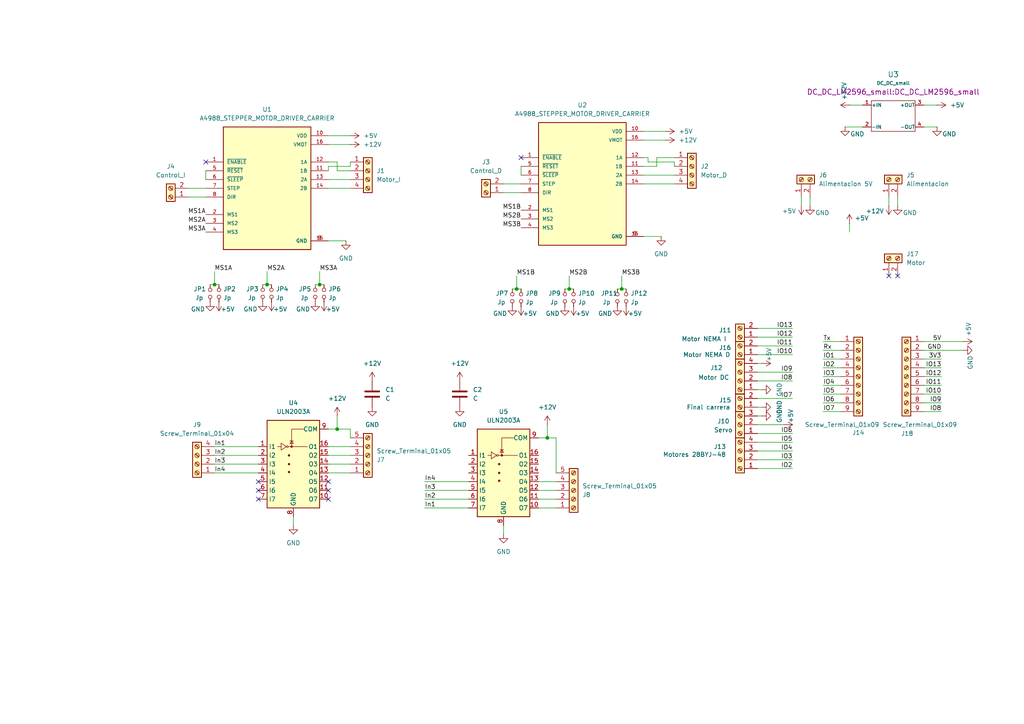
<source format=kicad_sch>
(kicad_sch (version 20231120) (generator "eeschema") (generator_version "8.0")
  (paper "A4")
  (lib_symbols
    (symbol "A4988_STEPPER_MOTOR_DRIVER_CARRIER:A4988_STEPPER_MOTOR_DRIVER_CARRIER" (pin_names (offset 1.016))
      (property "Reference" "U" (at -12.7 19.05 0))
      (property "Value" "A4988_STEPPER_MOTOR_DRIVER_CARRIER" (at -12.7 -21.59 0))
      (symbol "A4988_STEPPER_MOTOR_DRIVER_CARRIER_0_0"
        (rectangle (start -12.7 -17.78) (end 12.7 17.78) (stroke (width 0.254)) (fill (type background)))
        (pin input line (at -17.78 7.62 0) (length 5.08) (name "~{ENABLE}") (number "1"))
        (pin power_in line (at 17.78 15.24 180) (length 5.08) (name "VDD") (number "10"))
        (pin output line (at 17.78 5.08 180) (length 5.08) (name "1B") (number "11"))
        (pin output line (at 17.78 7.62 180) (length 5.08) (name "1A") (number "12"))
        (pin output line (at 17.78 2.54 180) (length 5.08) (name "2A") (number "13"))
        (pin output line (at 17.78 0 180) (length 5.08) (name "2B") (number "14"))
        (pin power_in line (at 17.78 -15.24 180) (length 5.08) (name "GND") (number "15"))
        (pin power_in line (at 17.78 12.7 180) (length 5.08) (name "VMOT") (number "16"))
        (pin input line (at -17.78 -7.62 0) (length 5.08) (name "MS1") (number "2"))
        (pin input line (at -17.78 -10.16 0) (length 5.08) (name "MS2") (number "3"))
        (pin input line (at -17.78 -12.7 0) (length 5.08) (name "MS3") (number "4"))
        (pin input line (at -17.78 5.08 0) (length 5.08) (name "~{RESET}") (number "5"))
        (pin input line (at -17.78 2.54 0) (length 5.08) (name "~{SLEEP}") (number "6"))
        (pin input line (at -17.78 0 0) (length 5.08) (name "STEP") (number "7"))
        (pin input line (at -17.78 -2.54 0) (length 5.08) (name "DIR") (number "8"))
        (pin power_in line (at 17.78 -15.24 180) (length 5.08) (name "GND") (number "9"))
      )
    )
    (symbol "Connector:Screw_Terminal_01x02" (pin_names (offset 1.016) hide)
      (property "Reference" "J" (at 0 2.54 0))
      (property "Value" "Screw_Terminal_01x02" (at 0 -5.08 0))
      (symbol "Screw_Terminal_01x02_1_1"
        (rectangle (start -1.27 1.27) (end 1.27 -3.81) (stroke (width 0.254)) (fill (type background)))
        (circle (center 0 -2.54) (radius 0.635) (stroke (width 0.1524)))
        (polyline (pts (xy -0.5334 -2.2098) (xy 0.3302 -3.048)) (stroke (width 0.1524)))
        (polyline (pts (xy -0.5334 0.3302) (xy 0.3302 -0.508)) (stroke (width 0.1524)))
        (polyline (pts (xy -0.3556 -2.032) (xy 0.508 -2.8702)) (stroke (width 0.1524)))
        (polyline (pts (xy -0.3556 0.508) (xy 0.508 -0.3302)) (stroke (width 0.1524)))
        (circle (center 0 0) (radius 0.635) (stroke (width 0.1524)))
        (pin passive line (at -5.08 0 0) (length 3.81) (name "Pin_1") (number "1"))
        (pin passive line (at -5.08 -2.54 0) (length 3.81) (name "Pin_2") (number "2"))
      )
    )
    (symbol "Connector:Screw_Terminal_01x03" (pin_names (offset 1.016) hide)
      (property "Reference" "J" (at 0 5.08 0))
      (property "Value" "Screw_Terminal_01x03" (at 0 -5.08 0))
      (symbol "Screw_Terminal_01x03_1_1"
        (rectangle (start -1.27 3.81) (end 1.27 -3.81) (stroke (width 0.254)) (fill (type background)))
        (circle (center 0 -2.54) (radius 0.635) (stroke (width 0.1524)))
        (polyline (pts (xy -0.5334 -2.2098) (xy 0.3302 -3.048)) (stroke (width 0.1524)))
        (polyline (pts (xy -0.5334 0.3302) (xy 0.3302 -0.508)) (stroke (width 0.1524)))
        (polyline (pts (xy -0.5334 2.8702) (xy 0.3302 2.032)) (stroke (width 0.1524)))
        (polyline (pts (xy -0.3556 -2.032) (xy 0.508 -2.8702)) (stroke (width 0.1524)))
        (polyline (pts (xy -0.3556 0.508) (xy 0.508 -0.3302)) (stroke (width 0.1524)))
        (polyline (pts (xy -0.3556 3.048) (xy 0.508 2.2098)) (stroke (width 0.1524)))
        (circle (center 0 0) (radius 0.635) (stroke (width 0.1524)))
        (circle (center 0 2.54) (radius 0.635) (stroke (width 0.1524)))
        (pin passive line (at -5.08 2.54 0) (length 3.81) (name "Pin_1") (number "1"))
        (pin passive line (at -5.08 0 0) (length 3.81) (name "Pin_2") (number "2"))
        (pin passive line (at -5.08 -2.54 0) (length 3.81) (name "Pin_3") (number "3"))
      )
    )
    (symbol "Connector:Screw_Terminal_01x04" (pin_names (offset 1.016) hide)
      (property "Reference" "J" (at 0 5.08 0))
      (property "Value" "Screw_Terminal_01x04" (at 0 -7.62 0))
      (symbol "Screw_Terminal_01x04_1_1"
        (rectangle (start -1.27 3.81) (end 1.27 -6.35) (stroke (width 0.254)) (fill (type background)))
        (circle (center 0 -5.08) (radius 0.635) (stroke (width 0.1524)))
        (circle (center 0 -2.54) (radius 0.635) (stroke (width 0.1524)))
        (polyline (pts (xy -0.5334 -4.7498) (xy 0.3302 -5.588)) (stroke (width 0.1524)))
        (polyline (pts (xy -0.5334 -2.2098) (xy 0.3302 -3.048)) (stroke (width 0.1524)))
        (polyline (pts (xy -0.5334 0.3302) (xy 0.3302 -0.508)) (stroke (width 0.1524)))
        (polyline (pts (xy -0.5334 2.8702) (xy 0.3302 2.032)) (stroke (width 0.1524)))
        (polyline (pts (xy -0.3556 -4.572) (xy 0.508 -5.4102)) (stroke (width 0.1524)))
        (polyline (pts (xy -0.3556 -2.032) (xy 0.508 -2.8702)) (stroke (width 0.1524)))
        (polyline (pts (xy -0.3556 0.508) (xy 0.508 -0.3302)) (stroke (width 0.1524)))
        (polyline (pts (xy -0.3556 3.048) (xy 0.508 2.2098)) (stroke (width 0.1524)))
        (circle (center 0 0) (radius 0.635) (stroke (width 0.1524)))
        (circle (center 0 2.54) (radius 0.635) (stroke (width 0.1524)))
        (pin passive line (at -5.08 2.54 0) (length 3.81) (name "Pin_1") (number "1"))
        (pin passive line (at -5.08 0 0) (length 3.81) (name "Pin_2") (number "2"))
        (pin passive line (at -5.08 -2.54 0) (length 3.81) (name "Pin_3") (number "3"))
        (pin passive line (at -5.08 -5.08 0) (length 3.81) (name "Pin_4") (number "4"))
      )
    )
    (symbol "Connector:Screw_Terminal_01x05" (pin_names (offset 1.016) hide)
      (property "Reference" "J" (at 0 7.62 0))
      (property "Value" "Screw_Terminal_01x05" (at 0 -7.62 0))
      (symbol "Screw_Terminal_01x05_1_1"
        (rectangle (start -1.27 6.35) (end 1.27 -6.35) (stroke (width 0.254)) (fill (type background)))
        (circle (center 0 -5.08) (radius 0.635) (stroke (width 0.1524)))
        (circle (center 0 -2.54) (radius 0.635) (stroke (width 0.1524)))
        (polyline (pts (xy -0.5334 -4.7498) (xy 0.3302 -5.588)) (stroke (width 0.1524)))
        (polyline (pts (xy -0.5334 -2.2098) (xy 0.3302 -3.048)) (stroke (width 0.1524)))
        (polyline (pts (xy -0.5334 0.3302) (xy 0.3302 -0.508)) (stroke (width 0.1524)))
        (polyline (pts (xy -0.5334 2.8702) (xy 0.3302 2.032)) (stroke (width 0.1524)))
        (polyline (pts (xy -0.5334 5.4102) (xy 0.3302 4.572)) (stroke (width 0.1524)))
        (polyline (pts (xy -0.3556 -4.572) (xy 0.508 -5.4102)) (stroke (width 0.1524)))
        (polyline (pts (xy -0.3556 -2.032) (xy 0.508 -2.8702)) (stroke (width 0.1524)))
        (polyline (pts (xy -0.3556 0.508) (xy 0.508 -0.3302)) (stroke (width 0.1524)))
        (polyline (pts (xy -0.3556 3.048) (xy 0.508 2.2098)) (stroke (width 0.1524)))
        (polyline (pts (xy -0.3556 5.588) (xy 0.508 4.7498)) (stroke (width 0.1524)))
        (circle (center 0 0) (radius 0.635) (stroke (width 0.1524)))
        (circle (center 0 2.54) (radius 0.635) (stroke (width 0.1524)))
        (circle (center 0 5.08) (radius 0.635) (stroke (width 0.1524)))
        (pin passive line (at -5.08 5.08 0) (length 3.81) (name "Pin_1") (number "1"))
        (pin passive line (at -5.08 2.54 0) (length 3.81) (name "Pin_2") (number "2"))
        (pin passive line (at -5.08 0 0) (length 3.81) (name "Pin_3") (number "3"))
        (pin passive line (at -5.08 -2.54 0) (length 3.81) (name "Pin_4") (number "4"))
        (pin passive line (at -5.08 -5.08 0) (length 3.81) (name "Pin_5") (number "5"))
      )
    )
    (symbol "Connector:Screw_Terminal_01x09" (pin_names (offset 1.016) hide)
      (property "Reference" "J" (at 0 12.7 0))
      (property "Value" "Screw_Terminal_01x09" (at 0 -12.7 0))
      (symbol "Screw_Terminal_01x09_1_1"
        (rectangle (start -1.27 11.43) (end 1.27 -11.43) (stroke (width 0.254)) (fill (type background)))
        (circle (center 0 -10.16) (radius 0.635) (stroke (width 0.1524)))
        (circle (center 0 -7.62) (radius 0.635) (stroke (width 0.1524)))
        (circle (center 0 -5.08) (radius 0.635) (stroke (width 0.1524)))
        (circle (center 0 -2.54) (radius 0.635) (stroke (width 0.1524)))
        (polyline (pts (xy -0.5334 -9.8298) (xy 0.3302 -10.668)) (stroke (width 0.1524)))
        (polyline (pts (xy -0.5334 -7.2898) (xy 0.3302 -8.128)) (stroke (width 0.1524)))
        (polyline (pts (xy -0.5334 -4.7498) (xy 0.3302 -5.588)) (stroke (width 0.1524)))
        (polyline (pts (xy -0.5334 -2.2098) (xy 0.3302 -3.048)) (stroke (width 0.1524)))
        (polyline (pts (xy -0.5334 0.3302) (xy 0.3302 -0.508)) (stroke (width 0.1524)))
        (polyline (pts (xy -0.5334 2.8702) (xy 0.3302 2.032)) (stroke (width 0.1524)))
        (polyline (pts (xy -0.5334 5.4102) (xy 0.3302 4.572)) (stroke (width 0.1524)))
        (polyline (pts (xy -0.5334 7.9502) (xy 0.3302 7.112)) (stroke (width 0.1524)))
        (polyline (pts (xy -0.5334 10.4902) (xy 0.3302 9.652)) (stroke (width 0.1524)))
        (polyline (pts (xy -0.3556 -9.652) (xy 0.508 -10.4902)) (stroke (width 0.1524)))
        (polyline (pts (xy -0.3556 -7.112) (xy 0.508 -7.9502)) (stroke (width 0.1524)))
        (polyline (pts (xy -0.3556 -4.572) (xy 0.508 -5.4102)) (stroke (width 0.1524)))
        (polyline (pts (xy -0.3556 -2.032) (xy 0.508 -2.8702)) (stroke (width 0.1524)))
        (polyline (pts (xy -0.3556 0.508) (xy 0.508 -0.3302)) (stroke (width 0.1524)))
        (polyline (pts (xy -0.3556 3.048) (xy 0.508 2.2098)) (stroke (width 0.1524)))
        (polyline (pts (xy -0.3556 5.588) (xy 0.508 4.7498)) (stroke (width 0.1524)))
        (polyline (pts (xy -0.3556 8.128) (xy 0.508 7.2898)) (stroke (width 0.1524)))
        (polyline (pts (xy -0.3556 10.668) (xy 0.508 9.8298)) (stroke (width 0.1524)))
        (circle (center 0 0) (radius 0.635) (stroke (width 0.1524)))
        (circle (center 0 2.54) (radius 0.635) (stroke (width 0.1524)))
        (circle (center 0 5.08) (radius 0.635) (stroke (width 0.1524)))
        (circle (center 0 7.62) (radius 0.635) (stroke (width 0.1524)))
        (circle (center 0 10.16) (radius 0.635) (stroke (width 0.1524)))
        (pin passive line (at -5.08 10.16 0) (length 3.81) (name "Pin_1") (number "1"))
        (pin passive line (at -5.08 7.62 0) (length 3.81) (name "Pin_2") (number "2"))
        (pin passive line (at -5.08 5.08 0) (length 3.81) (name "Pin_3") (number "3"))
        (pin passive line (at -5.08 2.54 0) (length 3.81) (name "Pin_4") (number "4"))
        (pin passive line (at -5.08 0 0) (length 3.81) (name "Pin_5") (number "5"))
        (pin passive line (at -5.08 -2.54 0) (length 3.81) (name "Pin_6") (number "6"))
        (pin passive line (at -5.08 -5.08 0) (length 3.81) (name "Pin_7") (number "7"))
        (pin passive line (at -5.08 -7.62 0) (length 3.81) (name "Pin_8") (number "8"))
        (pin passive line (at -5.08 -10.16 0) (length 3.81) (name "Pin_9") (number "9"))
      )
    )
    (symbol "Custom_dc_dc_small:DC_DC_small" (pin_names (offset 0.0254))
      (property "Reference" "U" (at 0 7.62 0))
      (property "Value" "DC_DC_small" (at 0 1.27 0))
      (property "Footprint" "DC_DC_LM2596" (at -1.27 11.43 0))
      (symbol "DC_DC_small_0_1"
        (rectangle (start -6.35 5.08) (end -6.35 -3.81))
        (rectangle (start -6.35 5.08) (end 6.35 5.08))
        (rectangle (start 6.35 -3.81) (end -6.35 -3.81))
        (rectangle (start 6.35 5.08) (end 6.35 -3.81))
      )
      (symbol "DC_DC_small_1_1"
        (pin power_in line (at -8.89 3.81 0) (length 2.54) (name "+IN") (number "1"))
        (pin power_in line (at -8.89 -2.54 0) (length 2.54) (name "-IN") (number "2"))
        (pin power_out line (at 8.89 3.81 180) (length 2.54) (name "+OUT") (number "3"))
        (pin power_in line (at 8.89 -2.54 180) (length 2.54) (name "-OUT") (number "4"))
      )
    )
    (symbol "Device:C" (pin_numbers hide) (pin_names (offset 0.254))
      (property "Reference" "C" (at 0.635 2.54 0))
      (property "Value" "C" (at 0.635 -2.54 0))
      (symbol "C_0_1"
        (polyline (pts (xy -2.032 -0.762) (xy 2.032 -0.762)) (stroke (width 0.508)))
        (polyline (pts (xy -2.032 0.762) (xy 2.032 0.762)) (stroke (width 0.508)))
      )
      (symbol "C_1_1"
        (pin passive line (at 0 3.81 270) (length 2.794) (name "~") (number "1"))
        (pin passive line (at 0 -3.81 90) (length 2.794) (name "~") (number "2"))
      )
    )
    (symbol "Transistor_Array:ULN2003A"
      (property "Reference" "U" (at 0 15.875 0))
      (property "Value" "ULN2003A" (at 0 13.97 0))
      (symbol "ULN2003A_0_1"
        (rectangle (start -7.62 -12.7) (end 7.62 12.7) (stroke (width 0.254)) (fill (type background)))
        (circle (center -1.778 5.08) (radius 0.254))
        (circle (center -1.27 -2.286) (radius 0.254) (fill (type outline)))
        (circle (center -1.27 0) (radius 0.254) (fill (type outline)))
        (circle (center -1.27 2.54) (radius 0.254) (fill (type outline)))
        (circle (center -0.508 5.08) (radius 0.254) (fill (type outline)))
        (polyline (pts (xy -4.572 5.08) (xy -3.556 5.08)))
        (polyline (pts (xy -1.524 5.08) (xy 4.064 5.08)))
        (polyline (pts (xy 0 6.731) (xy -1.016 6.731)))
        (polyline (pts (xy -0.508 5.08) (xy -0.508 10.16) (xy 2.921 10.16)))
        (polyline (pts (xy -3.556 6.096) (xy -3.556 4.064) (xy -2.032 5.08) (xy -3.556 6.096)))
        (polyline (pts (xy 0 5.969) (xy -1.016 5.969) (xy -0.508 6.731) (xy 0 5.969)))
      )
      (symbol "ULN2003A_1_1"
        (pin input line (at -10.16 5.08 0) (length 2.54) (name "I1") (number "1"))
        (pin open_collector line (at 10.16 -10.16 180) (length 2.54) (name "O7") (number "10"))
        (pin open_collector line (at 10.16 -7.62 180) (length 2.54) (name "O6") (number "11"))
        (pin open_collector line (at 10.16 -5.08 180) (length 2.54) (name "O5") (number "12"))
        (pin open_collector line (at 10.16 -2.54 180) (length 2.54) (name "O4") (number "13"))
        (pin open_collector line (at 10.16 0 180) (length 2.54) (name "O3") (number "14"))
        (pin open_collector line (at 10.16 2.54 180) (length 2.54) (name "O2") (number "15"))
        (pin open_collector line (at 10.16 5.08 180) (length 2.54) (name "O1") (number "16"))
        (pin input line (at -10.16 2.54 0) (length 2.54) (name "I2") (number "2"))
        (pin input line (at -10.16 0 0) (length 2.54) (name "I3") (number "3"))
        (pin input line (at -10.16 -2.54 0) (length 2.54) (name "I4") (number "4"))
        (pin input line (at -10.16 -5.08 0) (length 2.54) (name "I5") (number "5"))
        (pin input line (at -10.16 -7.62 0) (length 2.54) (name "I6") (number "6"))
        (pin input line (at -10.16 -10.16 0) (length 2.54) (name "I7") (number "7"))
        (pin power_in line (at 0 -15.24 90) (length 2.54) (name "GND") (number "8"))
        (pin passive line (at 10.16 10.16 180) (length 2.54) (name "COM") (number "9"))
      )
    )
    (symbol "device_SID:Jumper_NO_Small" (pin_numbers hide) (pin_names (offset 0.762) hide)
      (property "Reference" "JP" (at 0 2.032 0))
      (property "Value" "Jumper_NO_Small" (at 0.254 -1.524 0))
      (symbol "Jumper_NO_Small_0_1"
        (circle (center -1.016 0) (radius 0.508))
        (circle (center 1.016 0) (radius 0.508))
        (pin passive line (at -2.54 0 0) (length 1.016) (name "1") (number "1"))
        (pin passive line (at 2.54 0 180) (length 1.016) (name "2") (number "2"))
      )
    )
    (symbol "power:+12V" (power) (pin_numbers hide) (pin_names (offset 0) hide)
      (property "Value" "+12V" (at 0 3.556 0))
      (symbol "+12V_0_1"
        (polyline (pts (xy -0.762 1.27) (xy 0 2.54)))
        (polyline (pts (xy 0 0) (xy 0 2.54)))
        (polyline (pts (xy 0 2.54) (xy 0.762 1.27)))
      )
      (symbol "+12V_1_1"
        (pin power_in line (at 0 0 90) (length 0) (name "~") (number "1"))
      )
    )
    (symbol "power:+5V" (power) (pin_numbers hide) (pin_names (offset 0) hide)
      (property "Value" "+5V" (at 0 3.556 0))
      (symbol "+5V_0_1"
        (polyline (pts (xy -0.762 1.27) (xy 0 2.54)))
        (polyline (pts (xy 0 0) (xy 0 2.54)))
        (polyline (pts (xy 0 2.54) (xy 0.762 1.27)))
      )
      (symbol "+5V_1_1"
        (pin power_in line (at 0 0 90) (length 0) (name "~") (number "1"))
      )
    )
    (symbol "power:GND" (power) (pin_numbers hide) (pin_names (offset 0) hide)
      (property "Value" "GND" (at 0 -3.81 0))
      (symbol "GND_0_1"
        (polyline (pts (xy 0 0) (xy 0 -1.27) (xy 1.27 -1.27) (xy 0 -2.54) (xy -1.27 -1.27) (xy 0 -1.27)))
      )
      (symbol "GND_1_1"
        (pin power_in line (at 0 0 270) (length 0) (name "~") (number "1"))
      )
    )
  )
  (junction (at 158.75 127))
  (junction (at 92.71 82.55))
  (junction (at 149.86 83.82))
  (junction (at 180.34 83.82))
  (junction (at 165.1 83.82))
  (junction (at 97.79 124.46))
  (junction (at 77.47 82.55))
  (junction (at 62.23 82.55))
  (no_connect (at 260.35 80.01))
  (no_connect (at 74.93 142.24))
  (no_connect (at 59.69 46.99))
  (no_connect (at 257.81 80.01))
  (no_connect (at 74.93 144.78))
  (no_connect (at 151.13 45.72))
  (no_connect (at 95.25 142.24))
  (no_connect (at 95.25 144.78))
  (no_connect (at 74.93 139.7))
  (no_connect (at 95.25 139.7))
  (wire (pts (xy 267.97 119.38) (xy 273.05 119.38)))
  (wire (pts (xy 77.47 82.55) (xy 78.74 82.55)))
  (wire (pts (xy 156.21 144.78) (xy 161.29 144.78)))
  (wire (pts (xy 219.71 107.95) (xy 229.87 107.95)))
  (wire (pts (xy 95.25 69.85) (xy 100.33 69.85)))
  (wire (pts (xy 101.6 41.91) (xy 95.25 41.91)))
  (wire (pts (xy 146.05 152.4) (xy 146.05 154.94)))
  (wire (pts (xy 95.25 54.61) (xy 101.6 54.61)))
  (wire (pts (xy 95.25 39.37) (xy 101.6 39.37)))
  (wire (pts (xy 97.79 120.65) (xy 97.79 124.46)))
  (wire (pts (xy 187.96 45.72) (xy 186.69 45.72)))
  (wire (pts (xy 219.71 135.89) (xy 229.87 135.89)))
  (wire (pts (xy 101.6 46.99) (xy 101.6 48.26)))
  (wire (pts (xy 238.76 99.06) (xy 243.84 99.06)))
  (wire (pts (xy 219.71 105.41) (xy 220.98 105.41)))
  (wire (pts (xy 54.61 57.15) (xy 59.69 57.15)))
  (wire (pts (xy 219.71 97.79) (xy 229.87 97.79)))
  (wire (pts (xy 62.23 137.16) (xy 74.93 137.16)))
  (wire (pts (xy 219.71 100.33) (xy 229.87 100.33)))
  (wire (pts (xy 101.6 127) (xy 101.6 124.46)))
  (wire (pts (xy 123.19 147.32) (xy 135.89 147.32)))
  (wire (pts (xy 246.38 30.48) (xy 250.19 30.48)))
  (wire (pts (xy 85.09 149.86) (xy 85.09 152.4)))
  (wire (pts (xy 238.76 119.38) (xy 243.84 119.38)))
  (wire (pts (xy 267.97 116.84) (xy 273.05 116.84)))
  (wire (pts (xy 219.71 128.27) (xy 229.87 128.27)))
  (wire (pts (xy 190.5 45.72) (xy 190.5 48.26)))
  (wire (pts (xy 219.71 113.03) (xy 220.98 113.03)))
  (wire (pts (xy 62.23 129.54) (xy 74.93 129.54)))
  (wire (pts (xy 267.97 30.48) (xy 271.78 30.48)))
  (wire (pts (xy 238.76 104.14) (xy 243.84 104.14)))
  (wire (pts (xy 238.76 114.3) (xy 243.84 114.3)))
  (wire (pts (xy 123.19 144.78) (xy 135.89 144.78)))
  (wire (pts (xy 179.07 83.82) (xy 180.34 83.82)))
  (wire (pts (xy 76.2 82.55) (xy 77.47 82.55)))
  (wire (pts (xy 148.59 83.82) (xy 149.86 83.82)))
  (wire (pts (xy 186.69 50.8) (xy 195.58 50.8)))
  (wire (pts (xy 146.05 55.88) (xy 151.13 55.88)))
  (wire (pts (xy 257.81 57.15) (xy 257.81 59.69)))
  (wire (pts (xy 267.97 101.6) (xy 279.4 101.6)))
  (wire (pts (xy 195.58 48.26) (xy 195.58 46.99)))
  (wire (pts (xy 246.38 64.77) (xy 246.38 67.31)))
  (wire (pts (xy 95.25 134.62) (xy 101.6 134.62)))
  (wire (pts (xy 238.76 109.22) (xy 243.84 109.22)))
  (wire (pts (xy 59.69 49.53) (xy 59.69 52.07)))
  (wire (pts (xy 219.71 118.11) (xy 220.98 118.11)))
  (wire (pts (xy 219.71 125.73) (xy 229.87 125.73)))
  (wire (pts (xy 187.96 46.99) (xy 187.96 45.72)))
  (wire (pts (xy 95.25 137.16) (xy 101.6 137.16)))
  (wire (pts (xy 186.69 38.1) (xy 193.04 38.1)))
  (wire (pts (xy 267.97 111.76) (xy 273.05 111.76)))
  (wire (pts (xy 165.1 80.01) (xy 165.1 83.82)))
  (wire (pts (xy 151.13 48.26) (xy 151.13 50.8)))
  (wire (pts (xy 267.97 36.83) (xy 271.78 36.83)))
  (wire (pts (xy 165.1 83.82) (xy 166.37 83.82)))
  (wire (pts (xy 238.76 106.68) (xy 243.84 106.68)))
  (wire (pts (xy 97.79 49.53) (xy 97.79 46.99)))
  (wire (pts (xy 219.71 95.25) (xy 229.87 95.25)))
  (wire (pts (xy 238.76 101.6) (xy 243.84 101.6)))
  (wire (pts (xy 95.25 129.54) (xy 101.6 129.54)))
  (wire (pts (xy 219.71 133.35) (xy 229.87 133.35)))
  (wire (pts (xy 232.41 57.15) (xy 232.41 59.69)))
  (wire (pts (xy 101.6 49.53) (xy 97.79 49.53)))
  (wire (pts (xy 156.21 127) (xy 158.75 127)))
  (wire (pts (xy 60.96 82.55) (xy 62.23 82.55)))
  (wire (pts (xy 220.98 120.65) (xy 219.71 120.65)))
  (wire (pts (xy 219.71 115.57) (xy 229.87 115.57)))
  (wire (pts (xy 77.47 78.74) (xy 77.47 82.55)))
  (wire (pts (xy 158.75 123.19) (xy 158.75 127)))
  (wire (pts (xy 54.61 54.61) (xy 59.69 54.61)))
  (wire (pts (xy 149.86 83.82) (xy 151.13 83.82)))
  (wire (pts (xy 95.25 48.26) (xy 101.6 48.26)))
  (wire (pts (xy 91.44 82.55) (xy 92.71 82.55)))
  (wire (pts (xy 180.34 83.82) (xy 181.61 83.82)))
  (wire (pts (xy 219.71 102.87) (xy 229.87 102.87)))
  (wire (pts (xy 195.58 45.72) (xy 190.5 45.72)))
  (wire (pts (xy 267.97 99.06) (xy 279.4 99.06)))
  (wire (pts (xy 95.25 49.53) (xy 95.25 48.26)))
  (wire (pts (xy 62.23 82.55) (xy 63.5 82.55)))
  (wire (pts (xy 62.23 134.62) (xy 74.93 134.62)))
  (wire (pts (xy 219.71 110.49) (xy 229.87 110.49)))
  (wire (pts (xy 62.23 78.74) (xy 62.23 82.55)))
  (wire (pts (xy 186.69 53.34) (xy 195.58 53.34)))
  (wire (pts (xy 95.25 124.46) (xy 97.79 124.46)))
  (wire (pts (xy 238.76 116.84) (xy 243.84 116.84)))
  (wire (pts (xy 219.71 130.81) (xy 229.87 130.81)))
  (wire (pts (xy 101.6 124.46) (xy 97.79 124.46)))
  (wire (pts (xy 146.05 53.34) (xy 151.13 53.34)))
  (wire (pts (xy 227.33 123.19) (xy 219.71 123.19)))
  (wire (pts (xy 158.75 127) (xy 161.29 127)))
  (wire (pts (xy 234.95 57.15) (xy 234.95 59.69)))
  (wire (pts (xy 245.11 36.83) (xy 250.19 36.83)))
  (wire (pts (xy 92.71 82.55) (xy 93.98 82.55)))
  (wire (pts (xy 267.97 109.22) (xy 273.05 109.22)))
  (wire (pts (xy 95.25 52.07) (xy 101.6 52.07)))
  (wire (pts (xy 180.34 80.01) (xy 180.34 83.82)))
  (wire (pts (xy 95.25 132.08) (xy 101.6 132.08)))
  (wire (pts (xy 187.96 46.99) (xy 195.58 46.99)))
  (wire (pts (xy 267.97 104.14) (xy 273.05 104.14)))
  (wire (pts (xy 149.86 80.01) (xy 149.86 83.82)))
  (wire (pts (xy 267.97 106.68) (xy 273.05 106.68)))
  (wire (pts (xy 123.19 142.24) (xy 135.89 142.24)))
  (wire (pts (xy 156.21 147.32) (xy 161.29 147.32)))
  (wire (pts (xy 92.71 78.74) (xy 92.71 82.55)))
  (wire (pts (xy 156.21 142.24) (xy 161.29 142.24)))
  (wire (pts (xy 260.35 57.15) (xy 260.35 59.69)))
  (wire (pts (xy 156.21 139.7) (xy 161.29 139.7)))
  (wire (pts (xy 238.76 111.76) (xy 243.84 111.76)))
  (wire (pts (xy 190.5 48.26) (xy 186.69 48.26)))
  (wire (pts (xy 267.97 114.3) (xy 273.05 114.3)))
  (wire (pts (xy 123.19 139.7) (xy 135.89 139.7)))
  (wire (pts (xy 62.23 132.08) (xy 74.93 132.08)))
  (wire (pts (xy 163.83 83.82) (xy 165.1 83.82)))
  (wire (pts (xy 95.25 46.99) (xy 97.79 46.99)))
  (wire (pts (xy 161.29 137.16) (xy 161.29 127)))
  (wire (pts (xy 186.69 68.58) (xy 191.77 68.58)))
  (wire (pts (xy 193.04 40.64) (xy 186.69 40.64)))
  (label "IO5" (at 238.76 114.3 0))
  (label "MS2A" (at 59.69 64.77 180))
  (label "IO8" (at 273.05 119.38 180))
  (label "MS1A" (at 62.23 78.74 0))
  (label "IO3" (at 229.87 133.35 180))
  (label "IO7" (at 229.87 115.57 180))
  (label "IO3" (at 238.76 109.22 0))
  (label "IO7" (at 238.76 119.38 0))
  (label "MS3A" (at 59.69 67.31 180))
  (label "In4" (at 62.23 137.16 0))
  (label "5V" (at 273.05 99.06 180))
  (label "In3" (at 123.19 142.24 0))
  (label "MS3A" (at 92.71 78.74 0))
  (label "GND" (at 273.05 101.6 180))
  (label "In2" (at 123.19 144.78 0))
  (label "IO12" (at 273.05 109.22 180))
  (label "MS3B" (at 151.13 66.04 180))
  (label "IO9" (at 229.87 107.95 180))
  (label "IO10" (at 229.87 102.87 180))
  (label "IO12" (at 229.87 97.79 180))
  (label "IO6" (at 229.87 125.73 180))
  (label "In2" (at 62.23 132.08 0))
  (label "IO5" (at 229.87 128.27 180))
  (label "MS3B" (at 180.34 80.01 0))
  (label "IO1" (at 238.76 104.14 0))
  (label "IO2" (at 229.87 135.89 180))
  (label "MS2B" (at 165.1 80.01 0))
  (label "In3" (at 62.23 134.62 0))
  (label "IO8" (at 229.87 110.49 180))
  (label "In1" (at 62.23 129.54 0))
  (label "IO10" (at 273.05 114.3 180))
  (label "3V3" (at 273.05 104.14 180))
  (label "Rx" (at 238.76 101.6 0))
  (label "IO9" (at 273.05 116.84 180))
  (label "MS2B" (at 151.13 63.5 180))
  (label "In4" (at 123.19 139.7 0))
  (label "IO13" (at 273.05 106.68 180))
  (label "MS1B" (at 149.86 80.01 0))
  (label "IO4" (at 238.76 111.76 0))
  (label "MS1A" (at 59.69 62.23 180))
  (label "IO6" (at 238.76 116.84 0))
  (label "Tx" (at 238.76 99.06 0))
  (label "IO11" (at 273.05 111.76 180))
  (label "IO2" (at 238.76 106.68 0))
  (label "IO4" (at 229.87 130.81 180))
  (label "In1" (at 123.19 147.32 0))
  (label "MS2A" (at 77.47 78.74 0))
  (label "MS1B" (at 151.13 60.96 180))
  (label "IO13" (at 229.87 95.25 180))
  (label "IO11" (at 229.87 100.33 180))
  (symbol (lib_id "power:GND") (at 163.83 88.9 0) (unit 1)
    (property "Reference" "#PWR025" (effects (hide yes)))
    (property "Value" "GND" (at 160.274 90.932 0))
    (property "Description" "Power symbol creates a global label with name \"GND\" , ground" (effects (hide yes)))
  )
  (symbol (lib_id "Connector:Screw_Terminal_01x02") (at 257.81 74.93 90) (unit 1)
    (property "Reference" "J17" (at 262.89 73.6599 90) (effects (justify right)))
    (property "Value" "Motor" (at 262.89 76.1999 90) (effects (justify right)))
    (property "Footprint" "Connector_JST:JST_XH_B2B-XH-A_1x02_P2.50mm_Vertical" (effects (hide yes)))
    (property "Description" "Generic screw terminal, single row, 01x02, script generated (kicad-library-utils/schlib/autogen/connector/)" (effects (hide yes)))
  )
  (symbol (lib_id "Connector:Screw_Terminal_01x02") (at 49.53 57.15 180) (unit 1)
    (property "Reference" "J4" (at 49.53 48.26 0))
    (property "Value" "Control_I" (at 49.53 50.8 0))
    (property "Footprint" "Connector_JST:JST_XH_B2B-XH-A_1x02_P2.50mm_Vertical" (effects (hide yes)))
    (property "Description" "Generic screw terminal, single row, 01x02, script generated (kicad-library-utils/schlib/autogen/connector/)" (effects (hide yes)))
  )
  (symbol (lib_id "power:+12V") (at 133.35 110.49 0) (unit 1)
    (property "Reference" "#PWR037" (effects (hide yes)))
    (property "Value" "+12V" (at 133.35 105.41 0))
    (property "Description" "Power symbol creates a global label with name \"+12V\"" (effects (hide yes)))
  )
  (symbol (lib_id "Connector:Screw_Terminal_01x09") (at 262.89 109.22 0) (mirror y) (unit 1)
    (property "Reference" "J18" (at 264.922 125.73 0) (effects (justify left)))
    (property "Value" "Screw_Terminal_01x09" (at 277.622 123.19 0) (effects (justify left)))
    (property "Footprint" "Connector_PinHeader_2.54mm:PinHeader_1x09_P2.54mm_Vertical" (effects (hide yes)))
    (property "Description" "Generic screw terminal, single row, 01x09, script generated (kicad-library-utils/schlib/autogen/connector/)" (effects (hide yes)))
  )
  (symbol (lib_id "power:GND") (at 245.11 36.83 0) (unit 1)
    (property "Reference" "#PWR022" (effects (hide yes)))
    (property "Value" "GND" (at 248.666 38.862 0))
    (property "Description" "Power symbol creates a global label with name \"GND\" , ground" (effects (hide yes)))
  )
  (symbol (lib_id "Connector:Screw_Terminal_01x05") (at 106.68 132.08 0) (mirror x) (unit 1)
    (property "Reference" "J7" (at 109.22 133.3501 0) (effects (justify left)))
    (property "Value" "Screw_Terminal_01x05" (at 109.22 130.8101 0) (effects (justify left)))
    (property "Footprint" "Connector_JST:JST_XH_B5B-XH-A_1x05_P2.50mm_Vertical" (effects (hide yes)))
    (property "Description" "Generic screw terminal, single row, 01x05, script generated (kicad-library-utils/schlib/autogen/connector/)" (effects (hide yes)))
  )
  (symbol (lib_id "Connector:Screw_Terminal_01x03") (at 214.63 123.19 180) (unit 1)
    (property "Reference" "J10" (at 209.804 122.174 0))
    (property "Value" "Servo" (at 209.804 124.714 0))
    (property "Footprint" "Connector_JST:JST_XH_B3B-XH-A_1x03_P2.50mm_Vertical" (effects (hide yes)))
    (property "Description" "Generic screw terminal, single row, 01x03, script generated (kicad-library-utils/schlib/autogen/connector/)" (effects (hide yes)))
  )
  (symbol (lib_id "power:GND") (at 234.95 59.69 0) (unit 1)
    (property "Reference" "#PWR013" (effects (hide yes)))
    (property "Value" "GND" (at 238.506 61.722 0))
    (property "Description" "Power symbol creates a global label with name \"GND\" , ground" (effects (hide yes)))
  )
  (symbol (lib_id "device_SID:Jumper_NO_Small") (at 63.5 85.09 90) (unit 1)
    (property "Reference" "JP2" (at 64.77 83.8199 90) (effects (justify right)))
    (property "Value" "Jp" (at 64.77 86.3599 90) (effects (justify right)))
    (property "Footprint" "Pin_Headers_SID:Pin_Header_Straight_1x02_Pitch2.54mm" (effects (hide yes)))
    (property "Description" "Jumper, normally open" (effects (hide yes)))
  )
  (symbol (lib_id "device_SID:Jumper_NO_Small") (at 179.07 86.36 90) (unit 1)
    (property "Reference" "JP11" (at 174.244 85.09 90) (effects (justify right)))
    (property "Value" "Jp" (at 174.752 87.63 90) (effects (justify right)))
    (property "Footprint" "Pin_Headers_SID:Pin_Header_Straight_1x02_Pitch2.54mm" (effects (hide yes)))
    (property "Description" "Jumper, normally open" (effects (hide yes)))
  )
  (symbol (lib_id "power:+5V") (at 93.98 87.63 180) (unit 1)
    (property "Reference" "#PWR06" (effects (hide yes)))
    (property "Value" "+5V" (at 96.52 89.662 0))
    (property "Description" "Power symbol creates a global label with name \"+5V\"" (effects (hide yes)))
  )
  (symbol (lib_id "Connector:Screw_Terminal_01x04") (at 214.63 110.49 180) (unit 1)
    (property "Reference" "J12" (at 207.772 106.68 0))
    (property "Value" "Motor DC" (at 207.01 109.474 0))
    (property "Footprint" "Connector_JST:JST_XH_B4B-XH-A_1x04_P2.50mm_Vertical" (effects (hide yes)))
    (property "Description" "Generic screw terminal, single row, 01x04, script generated (kicad-library-utils/schlib/autogen/connector/)" (effects (hide yes)))
  )
  (symbol (lib_id "power:+5V") (at 279.4 99.06 270) (mirror x) (unit 1)
    (property "Reference" "#PWR033" (effects (hide yes)))
    (property "Value" "+5V" (at 280.924 95.504 0))
    (property "Description" "Power symbol creates a global label with name \"+5V\"" (effects (hide yes)))
  )
  (symbol (lib_id "device_SID:Jumper_NO_Small") (at 78.74 85.09 90) (unit 1)
    (property "Reference" "JP4" (at 80.01 83.8199 90) (effects (justify right)))
    (property "Value" "Jp" (at 80.01 86.3599 90) (effects (justify right)))
    (property "Footprint" "Pin_Headers_SID:Pin_Header_Straight_1x02_Pitch2.54mm" (effects (hide yes)))
    (property "Description" "Jumper, normally open" (effects (hide yes)))
  )
  (symbol (lib_id "device_SID:Jumper_NO_Small") (at 151.13 86.36 90) (unit 1)
    (property "Reference" "JP8" (at 152.4 85.0899 90) (effects (justify right)))
    (property "Value" "Jp" (at 152.4 87.6299 90) (effects (justify right)))
    (property "Footprint" "Pin_Headers_SID:Pin_Header_Straight_1x02_Pitch2.54mm" (effects (hide yes)))
    (property "Description" "Jumper, normally open" (effects (hide yes)))
  )
  (symbol (lib_id "power:+5V") (at 220.98 105.41 270) (unit 1)
    (property "Reference" "#PWR040" (effects (hide yes)))
    (property "Value" "+5V" (at 223.012 102.87 0))
    (property "Description" "Power symbol creates a global label with name \"+5V\"" (effects (hide yes)))
  )
  (symbol (lib_id "power:+5V") (at 101.6 39.37 270) (unit 1)
    (property "Reference" "#PWR017" (effects (hide yes)))
    (property "Value" "+5V" (at 105.41 39.3699 90) (effects (justify left)))
    (property "Description" "Power symbol creates a global label with name \"+5V\"" (effects (hide yes)))
  )
  (symbol (lib_id "power:GND") (at 107.95 118.11 0) (unit 1)
    (property "Reference" "#PWR036" (effects (hide yes)))
    (property "Value" "GND" (at 107.95 123.19 0))
    (property "Description" "Power symbol creates a global label with name \"GND\" , ground" (effects (hide yes)))
  )
  (symbol (lib_id "device_SID:Jumper_NO_Small") (at 93.98 85.09 90) (unit 1)
    (property "Reference" "JP6" (at 95.25 83.8199 90) (effects (justify right)))
    (property "Value" "Jp" (at 95.25 86.3599 90) (effects (justify right)))
    (property "Footprint" "Pin_Headers_SID:Pin_Header_Straight_1x02_Pitch2.54mm" (effects (hide yes)))
    (property "Description" "Jumper, normally open" (effects (hide yes)))
  )
  (symbol (lib_id "power:GND") (at 220.98 113.03 90) (mirror x) (unit 1)
    (property "Reference" "#PWR039" (effects (hide yes)))
    (property "Value" "GND" (at 226.06 113.03 0))
    (property "Description" "Power symbol creates a global label with name \"GND\" , ground" (effects (hide yes)))
  )
  (symbol (lib_id "A4988_STEPPER_MOTOR_DRIVER_CARRIER:A4988_STEPPER_MOTOR_DRIVER_CARRIER") (at 168.91 53.34 0) (unit 1)
    (property "Reference" "U2" (at 168.91 30.48 0))
    (property "Value" "A4988_STEPPER_MOTOR_DRIVER_CARRIER" (at 168.91 33.02 0))
    (property "Footprint" "A4988_STEPPER_MOTOR_DRIVER_CARRIER:MODULE_A4988_STEPPER_MOTOR_DRIVER_CARRIER" (effects (hide yes)))
    (property "Description" "Motor Derecho" (effects (hide yes)))
    (property "MF" "Pololu" (effects (hide yes)))
    (property "DESCRIPTION" "Stepper motor controler; IC: A4988; 1A; Uin mot: 8÷35V" (effects (hide yes)))
    (property "PACKAGE" "None" (effects (hide yes)))
    (property "PRICE" "None" (effects (hide yes)))
    (property "Package" "None" (effects (hide yes)))
    (property "Check_prices" "https://www.snapeda.com/parts/A4988%20STEPPER%20MOTOR%20DRIVER%20CARRIER/Pololu/view-part/?ref=eda" (effects (hide yes)))
    (property "Price" "None" (effects (hide yes)))
    (property "SnapEDA_Link" "https://www.snapeda.com/parts/A4988%20STEPPER%20MOTOR%20DRIVER%20CARRIER/Pololu/view-part/?ref=snap" (effects (hide yes)))
    (property "MP" "A4988 STEPPER MOTOR DRIVER CARRIER" (effects (hide yes)))
    (property "Availability" "Not in stock" (effects (hide yes)))
    (property "AVAILABILITY" "Unavailable" (effects (hide yes)))
    (property "Description_1" "\n                        \n                            Stepper Motor Driver\n                        \n" (effects (hide yes)))
  )
  (symbol (lib_id "Device:C") (at 133.35 114.3 180) (unit 1)
    (property "Reference" "C2" (at 137.16 113.0299 0) (effects (justify right)))
    (property "Value" "C" (at 137.16 115.5699 0) (effects (justify right)))
    (property "Footprint" "Capacitor_THT:C_Disc_D4.3mm_W1.9mm_P5.00mm" (effects (hide yes)))
    (property "Description" "Unpolarized capacitor" (effects (hide yes)))
  )
  (symbol (lib_id "power:GND") (at 191.77 68.58 0) (unit 1)
    (property "Reference" "#PWR014" (effects (hide yes)))
    (property "Value" "GND" (at 191.77 73.66 0))
    (property "Description" "Power symbol creates a global label with name \"GND\" , ground" (effects (hide yes)))
  )
  (symbol (lib_id "device_SID:Jumper_NO_Small") (at 76.2 85.09 90) (unit 1)
    (property "Reference" "JP3" (at 71.374 83.82 90) (effects (justify right)))
    (property "Value" "Jp" (at 71.882 86.36 90) (effects (justify right)))
    (property "Footprint" "Pin_Headers_SID:Pin_Header_Straight_1x02_Pitch2.54mm" (effects (hide yes)))
    (property "Description" "Jumper, normally open" (effects (hide yes)))
  )
  (symbol (lib_id "device_SID:Jumper_NO_Small") (at 91.44 85.09 90) (unit 1)
    (property "Reference" "JP5" (at 86.614 83.82 90) (effects (justify right)))
    (property "Value" "Jp" (at 87.122 86.36 90) (effects (justify right)))
    (property "Footprint" "Pin_Headers_SID:Pin_Header_Straight_1x02_Pitch2.54mm" (effects (hide yes)))
    (property "Description" "Jumper, normally open" (effects (hide yes)))
  )
  (symbol (lib_id "power:+5V") (at 166.37 88.9 180) (unit 1)
    (property "Reference" "#PWR026" (effects (hide yes)))
    (property "Value" "+5V" (at 168.91 90.932 0))
    (property "Description" "Power symbol creates a global label with name \"+5V\"" (effects (hide yes)))
  )
  (symbol (lib_id "power:GND") (at 146.05 154.94 0) (unit 1)
    (property "Reference" "#PWR029" (effects (hide yes)))
    (property "Value" "GND" (at 146.05 160.02 0))
    (property "Description" "Power symbol creates a global label with name \"GND\" , ground" (effects (hide yes)))
  )
  (symbol (lib_id "device_SID:Jumper_NO_Small") (at 163.83 86.36 90) (unit 1)
    (property "Reference" "JP9" (at 159.004 85.09 90) (effects (justify right)))
    (property "Value" "Jp" (at 159.512 87.63 90) (effects (justify right)))
    (property "Footprint" "Pin_Headers_SID:Pin_Header_Straight_1x02_Pitch2.54mm" (effects (hide yes)))
    (property "Description" "Jumper, normally open" (effects (hide yes)))
  )
  (symbol (lib_id "Connector:Screw_Terminal_01x02") (at 232.41 52.07 90) (unit 1)
    (property "Reference" "J6" (at 237.49 50.7999 90) (effects (justify right)))
    (property "Value" "Alimentacion 5V" (at 237.49 53.3399 90) (effects (justify right)))
    (property "Footprint" "Connectors_Terminal_Blocks_SID:TerminalBlock_Pheonix_MPT-2.54mm_2pol" (effects (hide yes)))
    (property "Description" "Generic screw terminal, single row, 01x02, script generated (kicad-library-utils/schlib/autogen/connector/)" (effects (hide yes)))
  )
  (symbol (lib_id "Connector:Screw_Terminal_01x04") (at 214.63 133.35 180) (unit 1)
    (property "Reference" "J13" (at 208.788 129.54 0))
    (property "Value" "Motores 28BYJ-48" (at 201.422 131.826 0))
    (property "Footprint" "Connector_JST:JST_XH_B4B-XH-A_1x04_P2.50mm_Vertical" (effects (hide yes)))
    (property "Description" "Generic screw terminal, single row, 01x04, script generated (kicad-library-utils/schlib/autogen/connector/)" (effects (hide yes)))
  )
  (symbol (lib_id "power:GND") (at 220.98 120.65 90) (mirror x) (unit 1)
    (property "Reference" "#PWR031" (effects (hide yes)))
    (property "Value" "GND" (at 226.06 120.65 0))
    (property "Description" "Power symbol creates a global label with name \"GND\" , ground" (effects (hide yes)))
  )
  (symbol (lib_id "device_SID:Jumper_NO_Small") (at 181.61 86.36 90) (unit 1)
    (property "Reference" "JP12" (at 182.88 85.0899 90) (effects (justify right)))
    (property "Value" "Jp" (at 182.88 87.6299 90) (effects (justify right)))
    (property "Footprint" "Pin_Headers_SID:Pin_Header_Straight_1x02_Pitch2.54mm" (effects (hide yes)))
    (property "Description" "Jumper, normally open" (effects (hide yes)))
  )
  (symbol (lib_id "power:+5V") (at 63.5 87.63 180) (unit 1)
    (property "Reference" "#PWR02" (effects (hide yes)))
    (property "Value" "+5V" (at 66.04 89.662 0))
    (property "Description" "Power symbol creates a global label with name \"+5V\"" (effects (hide yes)))
  )
  (symbol (lib_id "power:GND") (at 133.35 118.11 0) (unit 1)
    (property "Reference" "#PWR038" (effects (hide yes)))
    (property "Value" "GND" (at 133.35 123.19 0))
    (property "Description" "Power symbol creates a global label with name \"GND\" , ground" (effects (hide yes)))
  )
  (symbol (lib_id "power:+5V") (at 78.74 87.63 180) (unit 1)
    (property "Reference" "#PWR04" (effects (hide yes)))
    (property "Value" "+5V" (at 81.28 89.662 0))
    (property "Description" "Power symbol creates a global label with name \"+5V\"" (effects (hide yes)))
  )
  (symbol (lib_id "power:GND") (at 279.4 101.6 90) (mirror x) (unit 1)
    (property "Reference" "#PWR042" (effects (hide yes)))
    (property "Value" "GND" (at 281.432 105.156 0))
    (property "Description" "Power symbol creates a global label with name \"GND\" , ground" (effects (hide yes)))
  )
  (symbol (lib_id "power:GND") (at 271.78 36.83 0) (unit 1)
    (property "Reference" "#PWR023" (effects (hide yes)))
    (property "Value" "GND" (at 275.336 38.862 0))
    (property "Description" "Power symbol creates a global label with name \"GND\" , ground" (effects (hide yes)))
  )
  (symbol (lib_id "Connector:Screw_Terminal_01x04") (at 200.66 48.26 0) (unit 1)
    (property "Reference" "J2" (at 203.2 48.2599 0) (effects (justify left)))
    (property "Value" "Motor_D" (at 203.2 50.7999 0) (effects (justify left)))
    (property "Footprint" "Connector_JST:JST_XH_B4B-XH-A_1x04_P2.50mm_Vertical" (effects (hide yes)))
    (property "Description" "Generic screw terminal, single row, 01x04, script generated (kicad-library-utils/schlib/autogen/connector/)" (effects (hide yes)))
  )
  (symbol (lib_id "Custom_dc_dc_small:DC_DC_small") (at 259.08 34.29 0) (unit 1)
    (property "Reference" "U3" (at 259.08 21.59 0) (effects (font (size 1.524 1.524))))
    (property "Value" "DC_DC_small" (at 259.08 24.13 0) (effects (font (size 0.9906 0.9906))))
    (property "Footprint" "DC_DC_LM2596_small:DC_DC_LM2596_small" (at 259.08 26.67 0) (effects (font (size 1.524 1.524))))
  )
  (symbol (lib_id "device_SID:Jumper_NO_Small") (at 148.59 86.36 90) (unit 1)
    (property "Reference" "JP7" (at 143.764 85.09 90) (effects (justify right)))
    (property "Value" "Jp" (at 144.272 87.63 90) (effects (justify right)))
    (property "Footprint" "Pin_Headers_SID:Pin_Header_Straight_1x02_Pitch2.54mm" (effects (hide yes)))
    (property "Description" "Jumper, normally open" (effects (hide yes)))
  )
  (symbol (lib_id "power:+12V") (at 193.04 40.64 270) (unit 1)
    (property "Reference" "#PWR015" (effects (hide yes)))
    (property "Value" "+12V" (at 196.85 40.6399 90) (effects (justify left)))
    (property "Description" "Power symbol creates a global label with name \"+12V\"" (effects (hide yes)))
  )
  (symbol (lib_id "power:GND") (at 85.09 152.4 0) (unit 1)
    (property "Reference" "#PWR028" (effects (hide yes)))
    (property "Value" "GND" (at 85.09 157.48 0))
    (property "Description" "Power symbol creates a global label with name \"GND\" , ground" (effects (hide yes)))
  )
  (symbol (lib_id "power:GND") (at 220.98 118.11 90) (mirror x) (unit 1)
    (property "Reference" "#PWR041" (effects (hide yes)))
    (property "Value" "GND" (at 226.06 118.11 0))
    (property "Description" "Power symbol creates a global label with name \"GND\" , ground" (effects (hide yes)))
  )
  (symbol (lib_id "A4988_STEPPER_MOTOR_DRIVER_CARRIER:A4988_STEPPER_MOTOR_DRIVER_CARRIER") (at 77.47 54.61 0) (unit 1)
    (property "Reference" "U1" (at 77.47 31.75 0))
    (property "Value" "A4988_STEPPER_MOTOR_DRIVER_CARRIER" (at 77.47 34.29 0))
    (property "Footprint" "A4988_STEPPER_MOTOR_DRIVER_CARRIER:MODULE_A4988_STEPPER_MOTOR_DRIVER_CARRIER" (effects (hide yes)))
    (property "Description" "Motor Izquierdo" (effects (hide yes)))
    (property "MF" "Pololu" (effects (hide yes)))
    (property "DESCRIPTION" "Stepper motor controler; IC: A4988; 1A; Uin mot: 8÷35V" (effects (hide yes)))
    (property "PACKAGE" "None" (effects (hide yes)))
    (property "PRICE" "None" (effects (hide yes)))
    (property "Package" "None" (effects (hide yes)))
    (property "Check_prices" "https://www.snapeda.com/parts/A4988%20STEPPER%20MOTOR%20DRIVER%20CARRIER/Pololu/view-part/?ref=eda" (effects (hide yes)))
    (property "Price" "None" (effects (hide yes)))
    (property "SnapEDA_Link" "https://www.snapeda.com/parts/A4988%20STEPPER%20MOTOR%20DRIVER%20CARRIER/Pololu/view-part/?ref=snap" (effects (hide yes)))
    (property "MP" "A4988 STEPPER MOTOR DRIVER CARRIER" (effects (hide yes)))
    (property "Availability" "Not in stock" (effects (hide yes)))
    (property "AVAILABILITY" "Unavailable" (effects (hide yes)))
    (property "Description_1" "\n                        \n                            Stepper Motor Driver\n                        \n" (effects (hide yes)))
  )
  (symbol (lib_id "Connector:Screw_Terminal_01x04") (at 106.68 49.53 0) (unit 1)
    (property "Reference" "J1" (at 109.22 49.5299 0) (effects (justify left)))
    (property "Value" "Motor_I" (at 109.22 52.0699 0) (effects (justify left)))
    (property "Footprint" "Connector_JST:JST_XH_B4B-XH-A_1x04_P2.50mm_Vertical" (effects (hide yes)))
    (property "Description" "Generic screw terminal, single row, 01x04, script generated (kicad-library-utils/schlib/autogen/connector/)" (effects (hide yes)))
  )
  (symbol (lib_id "power:GND") (at 76.2 87.63 0) (unit 1)
    (property "Reference" "#PWR03" (effects (hide yes)))
    (property "Value" "GND" (at 72.644 89.662 0))
    (property "Description" "Power symbol creates a global label with name \"GND\" , ground" (effects (hide yes)))
  )
  (symbol (lib_id "power:+12V") (at 101.6 41.91 270) (unit 1)
    (property "Reference" "#PWR018" (effects (hide yes)))
    (property "Value" "+12V" (at 105.41 41.9099 90) (effects (justify left)))
    (property "Description" "Power symbol creates a global label with name \"+12V\"" (effects (hide yes)))
  )
  (symbol (lib_id "power:+5V") (at 232.41 59.69 180) (unit 1)
    (property "Reference" "#PWR012" (effects (hide yes)))
    (property "Value" "+5V" (at 228.854 61.214 0))
    (property "Description" "Power symbol creates a global label with name \"+5V\"" (effects (hide yes)))
  )
  (symbol (lib_id "device_SID:Jumper_NO_Small") (at 60.96 85.09 90) (unit 1)
    (property "Reference" "JP1" (at 56.134 83.82 90) (effects (justify right)))
    (property "Value" "Jp" (at 56.642 86.36 90) (effects (justify right)))
    (property "Footprint" "Pin_Headers_SID:Pin_Header_Straight_1x02_Pitch2.54mm" (effects (hide yes)))
    (property "Description" "Jumper, normally open" (effects (hide yes)))
  )
  (symbol (lib_id "power:+5V") (at 181.61 88.9 180) (unit 1)
    (property "Reference" "#PWR011" (effects (hide yes)))
    (property "Value" "+5V" (at 184.15 90.932 0))
    (property "Description" "Power symbol creates a global label with name \"+5V\"" (effects (hide yes)))
  )
  (symbol (lib_id "power:+12V") (at 158.75 123.19 0) (unit 1)
    (property "Reference" "#PWR030" (effects (hide yes)))
    (property "Value" "+12V" (at 158.75 118.11 0))
    (property "Description" "Power symbol creates a global label with name \"+12V\"" (effects (hide yes)))
  )
  (symbol (lib_id "Connector:Screw_Terminal_01x02") (at 214.63 102.87 180) (unit 1)
    (property "Reference" "J16" (at 210.312 100.838 0))
    (property "Value" "Motor NEMA D" (at 204.978 102.87 0))
    (property "Footprint" "Connector_JST:JST_XH_B2B-XH-A_1x02_P2.50mm_Vertical" (effects (hide yes)))
    (property "Description" "Generic screw terminal, single row, 01x02, script generated (kicad-library-utils/schlib/autogen/connector/)" (effects (hide yes)))
  )
  (symbol (lib_id "Device:C") (at 107.95 114.3 180) (unit 1)
    (property "Reference" "C1" (at 111.76 113.0299 0) (effects (justify right)))
    (property "Value" "C" (at 111.76 115.5699 0) (effects (justify right)))
    (property "Footprint" "Capacitor_THT:C_Disc_D4.3mm_W1.9mm_P5.00mm" (effects (hide yes)))
    (property "Description" "Unpolarized capacitor" (effects (hide yes)))
  )
  (symbol (lib_id "power:+5V") (at 151.13 88.9 180) (unit 1)
    (property "Reference" "#PWR08" (effects (hide yes)))
    (property "Value" "+5V" (at 153.67 90.932 0))
    (property "Description" "Power symbol creates a global label with name \"+5V\"" (effects (hide yes)))
  )
  (symbol (lib_id "Connector:Screw_Terminal_01x04") (at 57.15 134.62 180) (unit 1)
    (property "Reference" "J9" (at 57.15 123.19 0))
    (property "Value" "Screw_Terminal_01x04" (at 57.15 125.73 0))
    (property "Footprint" "Connector_JST:JST_XH_B4B-XH-A_1x04_P2.50mm_Vertical" (effects (hide yes)))
    (property "Description" "Generic screw terminal, single row, 01x04, script generated (kicad-library-utils/schlib/autogen/connector/)" (effects (hide yes)))
  )
  (symbol (lib_id "power:+5V") (at 227.33 123.19 270) (unit 1)
    (property "Reference" "#PWR032" (effects (hide yes)))
    (property "Value" "+5V" (at 229.362 120.65 0))
    (property "Description" "Power symbol creates a global label with name \"+5V\"" (effects (hide yes)))
  )
  (symbol (lib_id "power:GND") (at 260.35 59.69 0) (unit 1)
    (property "Reference" "#PWR020" (effects (hide yes)))
    (property "Value" "GND" (at 263.906 61.722 0))
    (property "Description" "Power symbol creates a global label with name \"GND\" , ground" (effects (hide yes)))
  )
  (symbol (lib_id "Connector:Screw_Terminal_01x09") (at 248.92 109.22 0) (unit 1)
    (property "Reference" "J14" (at 247.142 125.476 0) (effects (justify left)))
    (property "Value" "Screw_Terminal_01x09" (at 233.426 123.19 0) (effects (justify left)))
    (property "Footprint" "Connector_PinHeader_2.54mm:PinHeader_1x09_P2.54mm_Vertical" (effects (hide yes)))
    (property "Description" "Generic screw terminal, single row, 01x09, script generated (kicad-library-utils/schlib/autogen/connector/)" (effects (hide yes)))
  )
  (symbol (lib_id "power:+12V") (at 257.81 59.69 180) (unit 1)
    (property "Reference" "#PWR019" (effects (hide yes)))
    (property "Value" "+12V" (at 253.746 61.214 0))
    (property "Description" "Power symbol creates a global label with name \"+12V\"" (effects (hide yes)))
  )
  (symbol (lib_id "Connector:Screw_Terminal_01x02") (at 214.63 118.11 180) (unit 1)
    (property "Reference" "J15" (at 210.312 116.078 0))
    (property "Value" "Final carrera" (at 205.486 118.11 0))
    (property "Footprint" "Connector_JST:JST_XH_B2B-XH-A_1x02_P2.50mm_Vertical" (effects (hide yes)))
    (property "Description" "Generic screw terminal, single row, 01x02, script generated (kicad-library-utils/schlib/autogen/connector/)" (effects (hide yes)))
  )
  (symbol (lib_id "power:+12V") (at 107.95 110.49 0) (unit 1)
    (property "Reference" "#PWR035" (effects (hide yes)))
    (property "Value" "+12V" (at 107.95 105.41 0))
    (property "Description" "Power symbol creates a global label with name \"+12V\"" (effects (hide yes)))
  )
  (symbol (lib_id "power:+12V") (at 97.79 120.65 0) (unit 1)
    (property "Reference" "#PWR027" (effects (hide yes)))
    (property "Value" "+12V" (at 97.79 115.57 0))
    (property "Description" "Power symbol creates a global label with name \"+12V\"" (effects (hide yes)))
  )
  (symbol (lib_id "power:GND") (at 60.96 87.63 0) (unit 1)
    (property "Reference" "#PWR01" (effects (hide yes)))
    (property "Value" "GND" (at 57.404 89.662 0))
    (property "Description" "Power symbol creates a global label with name \"GND\" , ground" (effects (hide yes)))
  )
  (symbol (lib_id "Transistor_Array:ULN2003A") (at 146.05 137.16 0) (unit 1)
    (property "Reference" "U5" (at 146.05 119.38 0))
    (property "Value" "ULN2003A" (at 146.05 121.92 0))
    (property "Footprint" "Package_DIP:CERDIP-16_W7.62mm_SideBrazed" (effects (hide yes)))
    (property "Datasheet" "http://www.ti.com/lit/ds/symlink/uln2003a.pdf" (effects (hide yes)))
    (property "Description" "High Voltage, High Current Darlington Transistor Arrays, SOIC16/SOIC16W/DIP16/TSSOP16" (effects (hide yes)))
  )
  (symbol (lib_id "Connector:Screw_Terminal_01x02") (at 257.81 52.07 90) (unit 1)
    (property "Reference" "J5" (at 262.89 50.7999 90) (effects (justify right)))
    (property "Value" "Alimentacion" (at 262.89 53.3399 90) (effects (justify right)))
    (property "Footprint" "Connectors_Terminal_Blocks_SID:TerminalBlock_Pheonix_MPT-2.54mm_2pol" (effects (hide yes)))
    (property "Description" "Generic screw terminal, single row, 01x02, script generated (kicad-library-utils/schlib/autogen/connector/)" (effects (hide yes)))
  )
  (symbol (lib_id "device_SID:Jumper_NO_Small") (at 166.37 86.36 90) (unit 1)
    (property "Reference" "JP10" (at 167.64 85.0899 90) (effects (justify right)))
    (property "Value" "Jp" (at 167.64 87.6299 90) (effects (justify right)))
    (property "Footprint" "Pin_Headers_SID:Pin_Header_Straight_1x02_Pitch2.54mm" (effects (hide yes)))
    (property "Description" "Jumper, normally open" (effects (hide yes)))
  )
  (symbol (lib_id "power:+5V") (at 271.78 30.48 270) (unit 1)
    (property "Reference" "#PWR024" (effects (hide yes)))
    (property "Value" "+5V" (at 275.59 30.4799 90) (effects (justify left)))
    (property "Description" "Power symbol creates a global label with name \"+5V\"" (effects (hide yes)))
  )
  (symbol (lib_id "Connector:Screw_Terminal_01x05") (at 166.37 142.24 0) (mirror x) (unit 1)
    (property "Reference" "J8" (at 168.91 143.5101 0) (effects (justify left)))
    (property "Value" "Screw_Terminal_01x05" (at 168.91 140.9701 0) (effects (justify left)))
    (property "Footprint" "Connector_JST:JST_XH_B5B-XH-A_1x05_P2.50mm_Vertical" (effects (hide yes)))
    (property "Description" "Generic screw terminal, single row, 01x05, script generated (kicad-library-utils/schlib/autogen/connector/)" (effects (hide yes)))
  )
  (symbol (lib_id "power:GND") (at 100.33 69.85 0) (unit 1)
    (property "Reference" "#PWR07" (effects (hide yes)))
    (property "Value" "GND" (at 100.33 74.93 0))
    (property "Description" "Power symbol creates a global label with name \"GND\" , ground" (effects (hide yes)))
  )
  (symbol (lib_id "power:+5V") (at 193.04 38.1 270) (unit 1)
    (property "Reference" "#PWR016" (effects (hide yes)))
    (property "Value" "+5V" (at 196.85 38.0999 90) (effects (justify left)))
    (property "Description" "Power symbol creates a global label with name \"+5V\"" (effects (hide yes)))
  )
  (symbol (lib_id "Connector:Screw_Terminal_01x02") (at 214.63 97.79 180) (unit 1)
    (property "Reference" "J11" (at 210.312 95.758 0))
    (property "Value" "Motor NEMA I" (at 204.216 98.298 0))
    (property "Footprint" "Connector_JST:JST_XH_B2B-XH-A_1x02_P2.50mm_Vertical" (effects (hide yes)))
    (property "Description" "Generic screw terminal, single row, 01x02, script generated (kicad-library-utils/schlib/autogen/connector/)" (effects (hide yes)))
  )
  (symbol (lib_id "power:GND") (at 91.44 87.63 0) (unit 1)
    (property "Reference" "#PWR05" (effects (hide yes)))
    (property "Value" "GND" (at 87.884 89.662 0))
    (property "Description" "Power symbol creates a global label with name \"GND\" , ground" (effects (hide yes)))
  )
  (symbol (lib_id "power:GND") (at 148.59 88.9 0) (unit 1)
    (property "Reference" "#PWR09" (effects (hide yes)))
    (property "Value" "GND" (at 145.034 90.932 0))
    (property "Description" "Power symbol creates a global label with name \"GND\" , ground" (effects (hide yes)))
  )
  (symbol (lib_id "power:+12V") (at 246.38 30.48 90) (unit 1)
    (property "Reference" "#PWR021" (effects (hide yes)))
    (property "Value" "+12V" (at 244.856 26.416 0))
    (property "Description" "Power symbol creates a global label with name \"+12V\"" (effects (hide yes)))
  )
  (symbol (lib_id "power:+5V") (at 246.38 64.77 0) (unit 1)
    (property "Reference" "#PWR034" (effects (hide yes)))
    (property "Value" "+5V" (at 249.936 63.246 0))
    (property "Description" "Power symbol creates a global label with name \"+5V\"" (effects (hide yes)))
  )
  (symbol (lib_id "Connector:Screw_Terminal_01x02") (at 140.97 55.88 180) (unit 1)
    (property "Reference" "J3" (at 140.97 46.99 0))
    (property "Value" "Control_D" (at 140.97 49.53 0))
    (property "Footprint" "Connector_JST:JST_XH_B2B-XH-A_1x02_P2.50mm_Vertical" (effects (hide yes)))
    (property "Description" "Generic screw terminal, single row, 01x02, script generated (kicad-library-utils/schlib/autogen/connector/)" (effects (hide yes)))
  )
  (symbol (lib_id "power:GND") (at 179.07 88.9 0) (unit 1)
    (property "Reference" "#PWR010" (effects (hide yes)))
    (property "Value" "GND" (at 175.514 90.932 0))
    (property "Description" "Power symbol creates a global label with name \"GND\" , ground" (effects (hide yes)))
  )
  (symbol (lib_id "Transistor_Array:ULN2003A") (at 85.09 134.62 0) (unit 1)
    (property "Reference" "U4" (at 85.09 116.84 0))
    (property "Value" "ULN2003A" (at 85.09 119.38 0))
    (property "Footprint" "Package_DIP:CERDIP-16_W7.62mm_SideBrazed" (effects (hide yes)))
    (property "Datasheet" "http://www.ti.com/lit/ds/symlink/uln2003a.pdf" (effects (hide yes)))
    (property "Description" "High Voltage, High Current Darlington Transistor Arrays, SOIC16/SOIC16W/DIP16/TSSOP16" (effects (hide yes)))
  )
)
</source>
